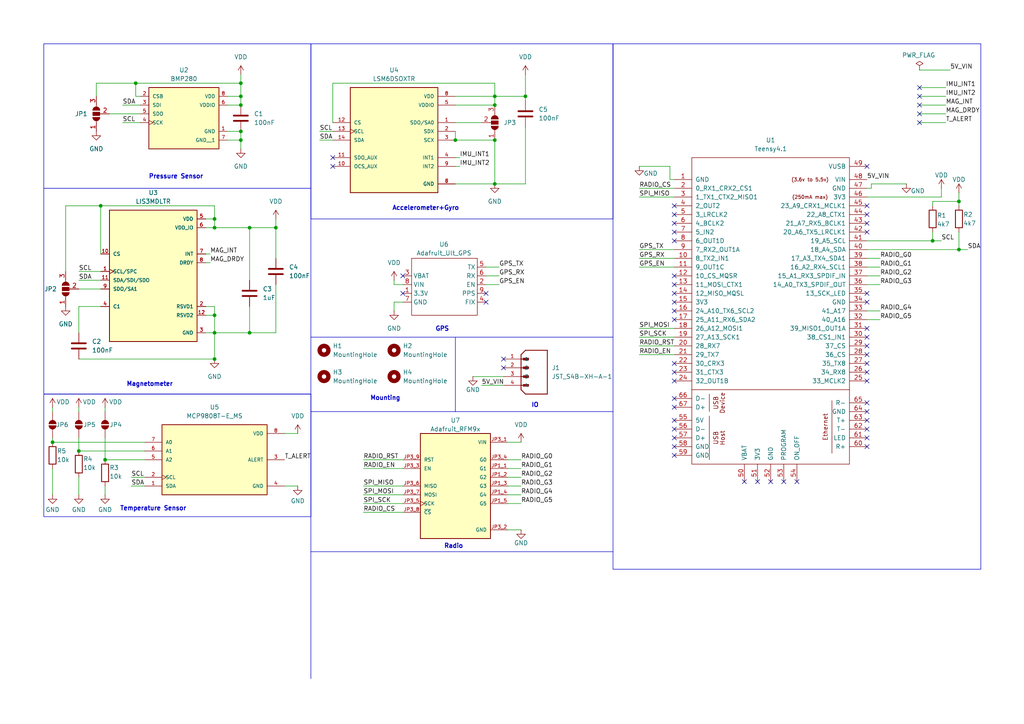
<source format=kicad_sch>
(kicad_sch (version 20231120) (generator "eeschema") (generator_version "8.0")
  (paper "A4")
  (title_block (title "USST Telemetry Board (infozilla)") (rev "01") (company "USST") (comment 1 "Authors: Bristine"))
  (lib_symbols
    (symbol "Device:C" (pin_numbers hide) (pin_names (offset 0.254))
      (property "Reference" "C" (at 0.635 2.54 0))
      (property "Value" "C" (at 0.635 -2.54 0))
      (symbol "C_0_1"
        (polyline (pts (xy -2.032 -0.762) (xy 2.032 -0.762)) (stroke (width 0.508)))
        (polyline (pts (xy -2.032 0.762) (xy 2.032 0.762)) (stroke (width 0.508)))
      )
      (symbol "C_1_1"
        (pin passive line (at 0 3.81 270) (length 2.794) (name "~") (number "1"))
        (pin passive line (at 0 -3.81 90) (length 2.794) (name "~") (number "2"))
      )
    )
    (symbol "Device:R" (pin_numbers hide) (pin_names (offset 0))
      (property "Reference" "R" (at 2.032 0 90))
      (property "Value" "R" (at 0 0 90))
      (symbol "R_0_1"
        (rectangle (start -1.016 -2.54) (end 1.016 2.54) (stroke (width 0.254)))
      )
      (symbol "R_1_1"
        (pin passive line (at 0 3.81 270) (length 1.27) (name "~") (number "1"))
        (pin passive line (at 0 -3.81 90) (length 1.27) (name "~") (number "2"))
      )
    )
    (symbol "Jumper:SolderJumper_2_Open" (pin_numbers hide) (pin_names (offset 0) hide) (exclude_from_sim yes) (in_bom no)
      (property "Reference" "JP" (at 0 2.032 0))
      (property "Value" "SolderJumper_2_Open" (at 0 -2.54 0))
      (symbol "SolderJumper_2_Open_0_1"
        (arc (start -0.254 1.016) (mid -1.2656 0) (end -0.254 -1.016))
        (arc (start -0.254 1.016) (mid -1.2656 0) (end -0.254 -1.016) (fill (type outline)))
        (polyline (pts (xy -0.254 1.016) (xy -0.254 -1.016)))
        (polyline (pts (xy 0.254 1.016) (xy 0.254 -1.016)))
        (arc (start 0.254 -1.016) (mid 1.2656 0) (end 0.254 1.016))
        (arc (start 0.254 -1.016) (mid 1.2656 0) (end 0.254 1.016) (fill (type outline)))
      )
      (symbol "SolderJumper_2_Open_1_1"
        (pin passive line (at -3.81 0 0) (length 2.54) (name "A") (number "1"))
        (pin passive line (at 3.81 0 180) (length 2.54) (name "B") (number "2"))
      )
    )
    (symbol "Jumper:SolderJumper_3_Open" (pin_names (offset 0) hide) (exclude_from_sim yes) (in_bom no)
      (property "Reference" "JP" (at -2.54 -2.54 0))
      (property "Value" "SolderJumper_3_Open" (at 0 2.794 0))
      (symbol "SolderJumper_3_Open_0_1"
        (arc (start -1.016 1.016) (mid -2.0276 0) (end -1.016 -1.016))
        (arc (start -1.016 1.016) (mid -2.0276 0) (end -1.016 -1.016) (fill (type outline)))
        (rectangle (start -0.508 1.016) (end 0.508 -1.016) (fill (type outline)))
        (polyline (pts (xy -2.54 0) (xy -2.032 0)))
        (polyline (pts (xy -1.016 1.016) (xy -1.016 -1.016)))
        (polyline (pts (xy 0 -1.27) (xy 0 -1.016)))
        (polyline (pts (xy 1.016 1.016) (xy 1.016 -1.016)))
        (polyline (pts (xy 2.54 0) (xy 2.032 0)))
        (arc (start 1.016 -1.016) (mid 2.0276 0) (end 1.016 1.016))
        (arc (start 1.016 -1.016) (mid 2.0276 0) (end 1.016 1.016) (fill (type outline)))
      )
      (symbol "SolderJumper_3_Open_1_1"
        (pin passive line (at -5.08 0 0) (length 2.54) (name "A") (number "1"))
        (pin passive line (at 0 -3.81 90) (length 2.54) (name "C") (number "2"))
        (pin passive line (at 5.08 0 180) (length 2.54) (name "B") (number "3"))
      )
    )
    (symbol "Mechanical:MountingHole" (pin_names (offset 1.016)) (exclude_from_sim yes) (in_bom no)
      (property "Reference" "H" (at 0 5.08 0))
      (property "Value" "MountingHole" (at 0 3.175 0))
      (symbol "MountingHole_0_1"
        (circle (center 0 0) (radius 1.27) (stroke (width 1.27)))
      )
    )
    (symbol "custom_library:Adafruit_RFM9x" (pin_names (offset 1.016))
      (property "Reference" "U" (at -10.16 15.748 0))
      (property "Value" "Adafruit_RFM9x" (at -10.16 -17.78 0))
      (symbol "Adafruit_RFM9x_0_0"
        (rectangle (start -10.16 -15.24) (end 10.16 15.24) (stroke (width 0.254)) (fill (type background)))
        (pin bidirectional line (at 15.24 5.08 180) (length 5.08) (name "G1") (number "JP1_1"))
        (pin bidirectional line (at 15.24 2.54 180) (length 5.08) (name "G2") (number "JP1_2"))
        (pin bidirectional line (at 15.24 0 180) (length 5.08) (name "G3") (number "JP1_3"))
        (pin bidirectional line (at 15.24 -2.54 180) (length 5.08) (name "G4") (number "JP1_4"))
        (pin bidirectional line (at 15.24 -5.08 180) (length 5.08) (name "G5") (number "JP1_5"))
        (pin power_in line (at 15.24 12.7 180) (length 5.08) (name "VIN") (number "JP3_1"))
        (pin power_in line (at 15.24 -12.7 180) (length 5.08) (name "GND") (number "JP3_2"))
        (pin input line (at -15.24 5.08 0) (length 5.08) (name "EN") (number "JP3_3"))
        (pin bidirectional line (at 15.24 7.62 180) (length 5.08) (name "G0") (number "JP3_4"))
        (pin input clock (at -15.24 -5.08 0) (length 5.08) (name "SCK") (number "JP3_5"))
        (pin output line (at -15.24 0 0) (length 5.08) (name "MISO") (number "JP3_6"))
        (pin input line (at -15.24 -2.54 0) (length 5.08) (name "MOSI") (number "JP3_7"))
        (pin input line (at -15.24 -7.62 0) (length 5.08) (name "~{CS}") (number "JP3_8"))
        (pin input line (at -15.24 7.62 0) (length 5.08) (name "RST") (number "JP3_9"))
      )
    )
    (symbol "custom_library:Adafruit_Ult_GPS"
      (property "Reference" "U" (at 1.524 3.556 0))
      (property "Value" "Adafruit_Ult_GPS" (at 8.89 1.27 0))
      (symbol "Adafruit_Ult_GPS_0_1"
        (rectangle (start 0 0) (end 19.05 -16.51))
      )
      (symbol "Adafruit_Ult_GPS_1_1"
        (pin input line (at -2.54 -10.16 0) (length 2.54) (name "3.3V") (number "1"))
        (pin input line (at 21.59 -7.62 180) (length 2.54) (name "EN") (number "2"))
        (pin input line (at -2.54 -5.08 0) (length 2.54) (name "VBAT") (number "3"))
        (pin input line (at 21.59 -12.7 180) (length 2.54) (name "FIX") (number "4"))
        (pin input line (at 21.59 -2.54 180) (length 2.54) (name "TX") (number "5"))
        (pin input line (at 21.59 -5.08 180) (length 2.54) (name "RX") (number "6"))
        (pin input line (at -2.54 -12.7 0) (length 2.54) (name "GND") (number "7"))
        (pin input line (at -2.54 -7.62 0) (length 2.54) (name "VIN") (number "8"))
        (pin input line (at 21.59 -10.16 180) (length 2.54) (name "PPS") (number "9"))
      )
    )
    (symbol "custom_library:BMP280" (pin_names (offset 1.016))
      (property "Reference" "U" (at -10.1796 7.6347 0))
      (property "Value" "BMP280" (at -10.668 -12.192 0))
      (symbol "BMP280_0_0"
        (rectangle (start -10.16 7.62) (end 10.16 -10.16) (stroke (width 0.254)) (fill (type background)))
        (pin power_in line (at 12.7 -5.08 180) (length 2.54) (name "GND") (number "1"))
        (pin input line (at -12.7 5.08 0) (length 2.54) (name "CSB") (number "2"))
        (pin bidirectional line (at -12.7 2.54 0) (length 2.54) (name "SDI") (number "3"))
        (pin input clock (at -12.7 -2.54 0) (length 2.54) (name "SCK") (number "4"))
        (pin bidirectional line (at -12.7 0 0) (length 2.54) (name "SDO") (number "5"))
        (pin power_in line (at 12.7 2.54 180) (length 2.54) (name "VDDIO") (number "6"))
        (pin power_in line (at 12.7 -7.62 180) (length 2.54) (name "GND__1") (number "7"))
        (pin power_in line (at 12.7 5.08 180) (length 2.54) (name "VDD") (number "8"))
      )
    )
    (symbol "custom_library:JST_S4B-XH-A-1" (pin_names (offset 1.016))
      (property "Reference" "J" (at 0 6.35 0))
      (property "Value" "JST_S4B-XH-A-1" (at 0 -10.16 0))
      (symbol "JST_S4B-XH-A-1_0_0"
        (polyline (pts (xy 0 -6.35) (xy 1.27 -7.62)) (stroke (width 0.254)))
        (polyline (pts (xy 0 -5.08) (xy 1.905 -5.08)) (stroke (width 0.254)))
        (polyline (pts (xy 0 -2.54) (xy 1.905 -2.54)) (stroke (width 0.254)))
        (polyline (pts (xy 0 0) (xy 1.905 0)) (stroke (width 0.254)))
        (polyline (pts (xy 0 2.54) (xy 0 -6.35)) (stroke (width 0.254)))
        (polyline (pts (xy 0 2.54) (xy 1.905 2.54)) (stroke (width 0.254)))
        (polyline (pts (xy 0 3.81) (xy 0 2.54)) (stroke (width 0.254)))
        (polyline (pts (xy 0 3.81) (xy 1.27 5.08)) (stroke (width 0.254)))
        (polyline (pts (xy 1.27 -7.62) (xy 7.62 -7.62)) (stroke (width 0.254)))
        (polyline (pts (xy 7.62 -7.62) (xy 7.62 5.08)) (stroke (width 0.254)))
        (polyline (pts (xy 7.62 5.08) (xy 1.27 5.08)) (stroke (width 0.254)))
        (rectangle (start 0.635 -5.3975) (end 2.2225 -4.7625) (stroke (width 0.1)) (fill (type outline)))
        (rectangle (start 0.635 -2.8575) (end 2.2225 -2.2225) (stroke (width 0.1)) (fill (type outline)))
        (rectangle (start 0.635 -0.3175) (end 2.2225 0.3175) (stroke (width 0.1)) (fill (type outline)))
        (rectangle (start 0.635 2.2225) (end 2.2225 2.8575) (stroke (width 0.1)) (fill (type outline)))
        (pin passive line (at -5.08 2.54 0) (length 5.08) (name "1") (number "1"))
        (pin passive line (at -5.08 0 0) (length 5.08) (name "2") (number "2"))
        (pin passive line (at -5.08 -2.54 0) (length 5.08) (name "3") (number "3"))
        (pin passive line (at -5.08 -5.08 0) (length 5.08) (name "4") (number "4"))
      )
    )
    (symbol "custom_library:LIS3MDLTR" (pin_names (offset 1.016))
      (property "Reference" "U" (at -12.954 19.812 0))
      (property "Value" "LIS3MDLTR" (at -12.954 18.034 0))
      (symbol "LIS3MDLTR_0_0"
        (rectangle (start -12.7 17.78) (end 12.7 -20.32) (stroke (width 0.254)) (fill (type background)))
        (pin input clock (at -15.24 0 0) (length 2.54) (name "SCL/SPC") (number "1"))
        (pin input line (at -15.24 5.08 0) (length 2.54) (name "CS") (number "10"))
        (pin bidirectional line (at -15.24 -2.54 0) (length 2.54) (name "SDA/SDI/SDO") (number "11"))
        (pin passive line (at 15.24 -12.7 180) (length 2.54) (name "RSVD2") (number "12"))
        (pin passive line (at 15.24 -10.16 180) (length 2.54) (name "RSVD1") (number "2"))
        (pin power_in line (at 15.24 -17.78 180) (length 2.54) (name "GND") (number "3"))
        (pin passive line (at -15.24 -10.16 0) (length 2.54) (name "C1") (number "4"))
        (pin power_in line (at 15.24 15.24 180) (length 2.54) (name "VDD") (number "5"))
        (pin power_in line (at 15.24 12.7 180) (length 2.54) (name "VDD_IO") (number "6"))
        (pin output line (at 15.24 5.08 180) (length 2.54) (name "INT") (number "7"))
        (pin output line (at 15.24 2.54 180) (length 2.54) (name "DRDY") (number "8"))
        (pin bidirectional line (at -15.24 -5.08 0) (length 2.54) (name "SDO/SA1") (number "9"))
      )
    )
    (symbol "custom_library:LSM6DSOXTR" (pin_names (offset 1.016))
      (property "Reference" "U" (at -12.954 17.526 0))
      (property "Value" "LSM6DSOXTR" (at -12.954 15.748 0))
      (symbol "LSM6DSOXTR_0_0"
        (rectangle (start -12.7 15.24) (end 12.7 -15.24) (stroke (width 0.254)) (fill (type background)))
        (pin bidirectional line (at 17.78 5.08 180) (length 5.08) (name "SDO/SA0") (number "1"))
        (pin bidirectional line (at -17.78 -7.62 0) (length 5.08) (name "OCS_AUX") (number "10"))
        (pin bidirectional line (at -17.78 -5.08 0) (length 5.08) (name "SDO_AUX") (number "11"))
        (pin input line (at -17.78 5.08 0) (length 5.08) (name "CS") (number "12"))
        (pin input clock (at -17.78 2.54 0) (length 5.08) (name "SCL") (number "13"))
        (pin bidirectional line (at -17.78 0 0) (length 5.08) (name "SDA") (number "14"))
        (pin bidirectional line (at 17.78 2.54 180) (length 5.08) (name "SDX") (number "2"))
        (pin bidirectional line (at 17.78 0 180) (length 5.08) (name "SCX") (number "3"))
        (pin output line (at 17.78 -5.08 180) (length 5.08) (name "INT1") (number "4"))
        (pin power_in line (at 17.78 10.16 180) (length 5.08) (name "VDDIO") (number "5"))
        (pin power_in line (at 17.78 -12.7 180) (length 5.08) (name "GND") (number "6"))
        (pin power_in line (at 17.78 -12.7 180) (length 5.08) (name "GND") (number "7"))
        (pin power_in line (at 17.78 12.7 180) (length 5.08) (name "VDD") (number "8"))
        (pin output line (at 17.78 -7.62 180) (length 5.08) (name "INT2") (number "9"))
      )
    )
    (symbol "custom_library:MCP9808T-E_MS" (pin_names (offset 1.016))
      (property "Reference" "U" (at -15.0099 10.685 0))
      (property "Value" "MCP9808T-E_MS" (at -15.2708 -11.9621 0))
      (symbol "MCP9808T-E_MS_0_0"
        (rectangle (start -15.24 -10.16) (end 15.24 10.16) (stroke (width 0.254)) (fill (type background)))
        (pin bidirectional line (at -20.32 -7.62 0) (length 5.08) (name "SDA") (number "1"))
        (pin input clock (at -20.32 -5.08 0) (length 5.08) (name "SCL") (number "2"))
        (pin output line (at 20.32 0 180) (length 5.08) (name "ALERT") (number "3"))
        (pin power_in line (at 20.32 -7.62 180) (length 5.08) (name "GND") (number "4"))
        (pin input line (at -20.32 0 0) (length 5.08) (name "A2") (number "5"))
        (pin input line (at -20.32 2.54 0) (length 5.08) (name "A1") (number "6"))
        (pin input line (at -20.32 5.08 0) (length 5.08) (name "A0") (number "7"))
        (pin power_in line (at 20.32 7.62 180) (length 5.08) (name "VDD") (number "8"))
      )
    )
    (symbol "custom_library:Teensy4.1" (pin_names (offset 1.016))
      (property "Reference" "U" (at 0 64.77 0))
      (property "Value" "Teensy4.1" (at 0 62.23 0))
      (symbol "Teensy4.1_0_0"
        (polyline (pts (xy -22.86 -6.35) (xy 22.86 -6.35)))
        (polyline (pts (xy -17.78 -26.67) (xy -17.78 -13.97)))
        (polyline (pts (xy -17.78 -7.62) (xy -17.78 -12.7)))
        (polyline (pts (xy 17.78 -9.525) (xy 17.78 -24.765)))
        (text "(250mA max)" (at 11.43 49.53 0) (effects (font (size 1.016 1.016))))
        (text "(3.6v to 5.5v)" (at 11.43 54.61 0) (effects (font (size 1.016 1.016))))
        (text "Device" (at -13.97 -10.16 900) (effects (font (size 1.27 1.27))))
        (text "Ethernet" (at 15.875 -17.145 900) (effects (font (size 1.27 1.27))))
        (text "Host" (at -13.97 -20.32 900) (effects (font (size 1.27 1.27))))
        (text "USB" (at -15.875 -20.32 900) (effects (font (size 1.27 1.27))))
        (text "USB" (at -15.875 -10.16 900) (effects (font (size 1.27 1.27))))
        (pin bidirectional line (at -27.94 31.75 0) (length 5.08) (name "8_TX2_IN1") (number "10"))
        (pin bidirectional line (at -27.94 29.21 0) (length 5.08) (name "9_OUT1C") (number "11"))
        (pin bidirectional line (at -27.94 26.67 0) (length 5.08) (name "10_CS_MQSR") (number "12"))
        (pin bidirectional line (at -27.94 24.13 0) (length 5.08) (name "11_MOSI_CTX1") (number "13"))
        (pin bidirectional line (at -27.94 21.59 0) (length 5.08) (name "12_MISO_MQSL") (number "14"))
        (pin power_in line (at -27.94 19.05 0) (length 5.08) (name "3V3") (number "15"))
        (pin bidirectional line (at -27.94 16.51 0) (length 5.08) (name "24_A10_TX6_SCL2") (number "16"))
        (pin bidirectional line (at -27.94 13.97 0) (length 5.08) (name "25_A11_RX6_SDA2") (number "17"))
        (pin bidirectional line (at -27.94 11.43 0) (length 5.08) (name "26_A12_MOSI1") (number "18"))
        (pin bidirectional line (at -27.94 8.89 0) (length 5.08) (name "27_A13_SCK1") (number "19"))
        (pin bidirectional line (at -27.94 6.35 0) (length 5.08) (name "28_RX7") (number "20"))
        (pin bidirectional line (at -27.94 3.81 0) (length 5.08) (name "29_TX7") (number "21"))
        (pin bidirectional line (at -27.94 1.27 0) (length 5.08) (name "30_CRX3") (number "22"))
        (pin bidirectional line (at -27.94 -1.27 0) (length 5.08) (name "31_CTX3") (number "23"))
        (pin bidirectional line (at -27.94 -3.81 0) (length 5.08) (name "32_OUT1B") (number "24"))
        (pin bidirectional line (at 27.94 -3.81 180) (length 5.08) (name "33_MCLK2") (number "25"))
        (pin bidirectional line (at 27.94 -1.27 180) (length 5.08) (name "34_RX8") (number "26"))
        (pin bidirectional line (at 27.94 1.27 180) (length 5.08) (name "35_TX8") (number "27"))
        (pin bidirectional line (at 27.94 3.81 180) (length 5.08) (name "36_CS") (number "28"))
        (pin bidirectional line (at 27.94 6.35 180) (length 5.08) (name "37_CS") (number "29"))
        (pin bidirectional line (at 27.94 8.89 180) (length 5.08) (name "38_CS1_IN1") (number "30"))
        (pin bidirectional line (at 27.94 11.43 180) (length 5.08) (name "39_MISO1_OUT1A") (number "31"))
        (pin bidirectional line (at 27.94 13.97 180) (length 5.08) (name "40_A16") (number "32"))
        (pin bidirectional line (at 27.94 16.51 180) (length 5.08) (name "41_A17") (number "33"))
        (pin bidirectional line (at 27.94 21.59 180) (length 5.08) (name "13_SCK_LED") (number "35"))
        (pin bidirectional line (at 27.94 24.13 180) (length 5.08) (name "14_A0_TX3_SPDIF_OUT") (number "36"))
        (pin bidirectional line (at 27.94 26.67 180) (length 5.08) (name "15_A1_RX3_SPDIF_IN") (number "37"))
        (pin bidirectional line (at 27.94 29.21 180) (length 5.08) (name "16_A2_RX4_SCL1") (number "38"))
        (pin bidirectional line (at 27.94 31.75 180) (length 5.08) (name "17_A3_TX4_SDA1") (number "39"))
        (pin bidirectional line (at 27.94 34.29 180) (length 5.08) (name "18_A4_SDA") (number "40"))
        (pin bidirectional line (at 27.94 36.83 180) (length 5.08) (name "19_A5_SCL") (number "41"))
        (pin bidirectional line (at 27.94 39.37 180) (length 5.08) (name "20_A6_TX5_LRCLK1") (number "42"))
        (pin bidirectional line (at 27.94 41.91 180) (length 5.08) (name "21_A7_RX5_BCLK1") (number "43"))
        (pin bidirectional line (at 27.94 44.45 180) (length 5.08) (name "22_A8_CTX1") (number "44"))
        (pin bidirectional line (at 27.94 46.99 180) (length 5.08) (name "23_A9_CRX1_MCLK1") (number "45"))
        (pin power_out line (at 27.94 49.53 180) (length 5.08) (name "3V3") (number "46"))
        (pin power_out line (at 27.94 52.07 180) (length 5.08) (name "GND") (number "47"))
        (pin power_in line (at 27.94 54.61 180) (length 5.08) (name "VIN") (number "48"))
        (pin power_out line (at 27.94 58.42 180) (length 5.08) (name "VUSB") (number "49"))
        (pin bidirectional line (at -27.94 44.45 0) (length 5.08) (name "3_LRCLK2") (number "5"))
        (pin power_in line (at -7.62 -33.02 90) (length 5.08) (name "VBAT") (number "50"))
        (pin power_in line (at -3.81 -33.02 90) (length 5.08) (name "3V3") (number "51"))
        (pin input line (at 0 -33.02 90) (length 5.08) (name "GND") (number "52"))
        (pin input line (at 3.81 -33.02 90) (length 5.08) (name "PROGRAM") (number "53"))
        (pin input line (at 7.62 -33.02 90) (length 5.08) (name "ON_OFF") (number "54"))
        (pin power_out line (at -27.94 -15.24 0) (length 5.08) (name "5V") (number "55"))
        (pin bidirectional line (at -27.94 -17.78 0) (length 5.08) (name "D-") (number "56"))
        (pin bidirectional line (at -27.94 -20.32 0) (length 5.08) (name "D+") (number "57"))
        (pin power_in line (at -27.94 -22.86 0) (length 5.08) (name "GND") (number "58"))
        (pin power_in line (at -27.94 -25.4 0) (length 5.08) (name "GND") (number "59"))
        (pin bidirectional line (at -27.94 41.91 0) (length 5.08) (name "4_BCLK2") (number "6"))
        (pin bidirectional line (at 27.94 -22.86 180) (length 5.08) (name "R+") (number "60"))
        (pin bidirectional line (at 27.94 -20.32 180) (length 5.08) (name "LED") (number "61"))
        (pin bidirectional line (at 27.94 -17.78 180) (length 5.08) (name "T-") (number "62"))
        (pin bidirectional line (at 27.94 -15.24 180) (length 5.08) (name "T+") (number "63"))
        (pin power_in line (at 27.94 -12.7 180) (length 5.08) (name "GND") (number "64"))
        (pin bidirectional line (at 27.94 -10.16 180) (length 5.08) (name "R-") (number "65"))
        (pin bidirectional line (at -27.94 -8.89 0) (length 5.08) (name "D-") (number "66"))
        (pin bidirectional line (at -27.94 -11.43 0) (length 5.08) (name "D+") (number "67"))
        (pin bidirectional line (at -27.94 39.37 0) (length 5.08) (name "5_IN2") (number "7"))
        (pin bidirectional line (at -27.94 36.83 0) (length 5.08) (name "6_OUT1D") (number "8"))
        (pin bidirectional line (at -27.94 34.29 0) (length 5.08) (name "7_RX2_OUT1A") (number "9"))
      )
      (symbol "Teensy4.1_0_1"
        (rectangle (start -22.86 60.96) (end 22.86 -27.94))
        (rectangle (start -20.32 -1.27) (end -20.32 -1.27))
      )
      (symbol "Teensy4.1_1_1"
        (pin power_in line (at -27.94 54.61 0) (length 5.08) (name "GND") (number "1"))
        (pin bidirectional line (at -27.94 52.07 0) (length 5.08) (name "0_RX1_CRX2_CS1") (number "2"))
        (pin bidirectional line (at -27.94 49.53 0) (length 5.08) (name "1_TX1_CTX2_MISO1") (number "3"))
        (pin power_in line (at 27.94 19.05 180) (length 5.08) (name "GND") (number "34"))
        (pin bidirectional line (at -27.94 46.99 0) (length 5.08) (name "2_OUT2") (number "4"))
      )
    )
    (symbol "power:GND" (power) (pin_numbers hide) (pin_names (offset 0) hide)
      (property "Value" "GND" (at 0 -3.81 0))
      (symbol "GND_0_1"
        (polyline (pts (xy 0 0) (xy 0 -1.27) (xy 1.27 -1.27) (xy 0 -2.54) (xy -1.27 -1.27) (xy 0 -1.27)))
      )
      (symbol "GND_1_1"
        (pin power_in line (at 0 0 270) (length 0) (name "~") (number "1"))
      )
    )
    (symbol "power:PWR_FLAG" (power) (pin_numbers hide) (pin_names (offset 0) hide)
      (property "Value" "PWR_FLAG" (at 0 3.81 0))
      (symbol "PWR_FLAG_0_0"
        (pin power_out line (at 0 0 90) (length 0) (name "~") (number "1"))
      )
      (symbol "PWR_FLAG_0_1"
        (polyline (pts (xy 0 0) (xy 0 1.27) (xy -1.016 1.905) (xy 0 2.54) (xy 1.016 1.905) (xy 0 1.27)))
      )
    )
    (symbol "power:VDD" (power) (pin_numbers hide) (pin_names (offset 0) hide)
      (property "Value" "VDD" (at 0 3.556 0))
      (symbol "VDD_0_1"
        (polyline (pts (xy -0.762 1.27) (xy 0 2.54)))
        (polyline (pts (xy 0 0) (xy 0 2.54)))
        (polyline (pts (xy 0 2.54) (xy 0.762 1.27)))
      )
      (symbol "VDD_1_1"
        (pin power_in line (at 0 0 90) (length 0) (name "~") (number "1"))
      )
    )
  )
  (junction (at 29.21 59.69))
  (junction (at 143.51 53.34))
  (junction (at 62.23 104.14))
  (junction (at 69.85 27.94))
  (junction (at 62.23 91.44))
  (junction (at 72.39 96.52))
  (junction (at 62.23 66.04))
  (junction (at 22.86 130.81))
  (junction (at 69.85 24.13))
  (junction (at 69.85 40.64))
  (junction (at 30.48 133.35))
  (junction (at 69.85 30.48))
  (junction (at 62.23 96.52))
  (junction (at 143.51 30.48))
  (junction (at 132.08 40.64))
  (junction (at 143.51 27.94))
  (junction (at 80.01 66.04))
  (junction (at 15.24 128.27))
  (junction (at 69.85 38.1))
  (junction (at 143.51 40.64))
  (junction (at 39.37 24.13))
  (junction (at 270.51 69.85))
  (junction (at 152.4 27.94))
  (junction (at 72.39 66.04))
  (junction (at 278.13 58.42))
  (junction (at 278.13 72.39))
  (junction (at 62.23 63.5))
  (no_connect (at 195.58 121.92))
  (no_connect (at 195.58 80.01))
  (no_connect (at 251.46 127))
  (no_connect (at 227.33 139.7))
  (no_connect (at 266.7 30.48))
  (no_connect (at 195.58 92.71))
  (no_connect (at 219.71 139.7))
  (no_connect (at 251.46 110.49))
  (no_connect (at 251.46 87.63))
  (no_connect (at 195.58 82.55))
  (no_connect (at 251.46 102.87))
  (no_connect (at 146.05 104.14))
  (no_connect (at 195.58 127))
  (no_connect (at 116.84 80.01))
  (no_connect (at 195.58 67.31))
  (no_connect (at 146.05 106.68))
  (no_connect (at 251.46 62.23))
  (no_connect (at 266.7 33.02))
  (no_connect (at 251.46 48.26))
  (no_connect (at 140.97 87.63))
  (no_connect (at 251.46 119.38))
  (no_connect (at 195.58 64.77))
  (no_connect (at 195.58 129.54))
  (no_connect (at 251.46 124.46))
  (no_connect (at 195.58 69.85))
  (no_connect (at 251.46 67.31))
  (no_connect (at 195.58 115.57))
  (no_connect (at 195.58 85.09))
  (no_connect (at 231.14 139.7))
  (no_connect (at 195.58 107.95))
  (no_connect (at 251.46 64.77))
  (no_connect (at 266.7 35.56))
  (no_connect (at 195.58 110.49))
  (no_connect (at 215.9 139.7))
  (no_connect (at 195.58 132.08))
  (no_connect (at 251.46 121.92))
  (no_connect (at 140.97 85.09))
  (no_connect (at 266.7 25.4))
  (no_connect (at 251.46 59.69))
  (no_connect (at 195.58 87.63))
  (no_connect (at 251.46 116.84))
  (no_connect (at 223.52 139.7))
  (no_connect (at 116.84 85.09))
  (no_connect (at 251.46 97.79))
  (no_connect (at 96.52 45.72))
  (no_connect (at 266.7 27.94))
  (no_connect (at 195.58 105.41))
  (no_connect (at 251.46 95.25))
  (no_connect (at 251.46 107.95))
  (no_connect (at 195.58 118.11))
  (no_connect (at 195.58 62.23))
  (no_connect (at 251.46 129.54))
  (no_connect (at 195.58 59.69))
  (no_connect (at 96.52 48.26))
  (no_connect (at 195.58 90.17))
  (no_connect (at 251.46 105.41))
  (no_connect (at 251.46 85.09))
  (no_connect (at 195.58 124.46))
  (no_connect (at 251.46 100.33))
  (wire (pts (xy 69.85 21.59) (xy 69.85 24.13)))
  (wire (pts (xy 255.27 92.71) (xy 251.46 92.71)))
  (wire (pts (xy 40.64 27.94) (xy 39.37 27.94)))
  (wire (pts (xy 132.08 30.48) (xy 143.51 30.48)))
  (wire (pts (xy 278.13 55.88) (xy 278.13 58.42)))
  (wire (pts (xy 143.51 53.34) (xy 143.51 40.64)))
  (wire (pts (xy 252.73 53.34) (xy 262.89 53.34)))
  (wire (pts (xy 72.39 96.52) (xy 72.39 88.9)))
  (wire (pts (xy 252.73 53.34) (xy 252.73 54.61)))
  (wire (pts (xy 147.32 140.97) (xy 151.13 140.97)))
  (polyline (pts (xy 90.17 160.02) (xy 177.8 160.02)))
  (wire (pts (xy 66.04 40.64) (xy 69.85 40.64)))
  (wire (pts (xy 185.42 57.15) (xy 195.58 57.15)))
  (wire (pts (xy 194.31 48.26) (xy 194.31 52.07)))
  (wire (pts (xy 59.69 63.5) (xy 62.23 63.5)))
  (wire (pts (xy 22.86 143.51) (xy 22.86 138.43)))
  (wire (pts (xy 22.86 78.74) (xy 29.21 78.74)))
  (wire (pts (xy 133.35 45.72) (xy 132.08 45.72)))
  (wire (pts (xy 185.42 54.61) (xy 195.58 54.61)))
  (wire (pts (xy 29.21 73.66) (xy 29.21 59.69)))
  (wire (pts (xy 105.41 143.51) (xy 116.84 143.51)))
  (wire (pts (xy 147.32 133.35) (xy 151.13 133.35)))
  (wire (pts (xy 278.13 58.42) (xy 278.13 59.69)))
  (wire (pts (xy 38.1 138.43) (xy 41.91 138.43)))
  (wire (pts (xy 270.51 67.31) (xy 270.51 69.85)))
  (wire (pts (xy 143.51 27.94) (xy 152.4 27.94)))
  (wire (pts (xy 185.42 48.26) (xy 194.31 48.26)))
  (wire (pts (xy 62.23 63.5) (xy 62.23 66.04)))
  (wire (pts (xy 270.51 69.85) (xy 273.05 69.85)))
  (wire (pts (xy 62.23 96.52) (xy 72.39 96.52)))
  (wire (pts (xy 22.86 130.81) (xy 41.91 130.81)))
  (wire (pts (xy 15.24 128.27) (xy 41.91 128.27)))
  (wire (pts (xy 80.01 66.04) (xy 80.01 74.93)))
  (wire (pts (xy 15.24 143.51) (xy 15.24 135.89)))
  (wire (pts (xy 86.36 140.97) (xy 82.55 140.97)))
  (wire (pts (xy 185.42 74.93) (xy 195.58 74.93)))
  (wire (pts (xy 27.94 27.94) (xy 27.94 24.13)))
  (wire (pts (xy 69.85 30.48) (xy 69.85 27.94)))
  (wire (pts (xy 114.3 87.63) (xy 114.3 90.17)))
  (wire (pts (xy 96.52 35.56) (xy 96.52 24.13)))
  (wire (pts (xy 38.1 140.97) (xy 41.91 140.97)))
  (wire (pts (xy 137.16 109.22) (xy 146.05 109.22)))
  (wire (pts (xy 30.48 133.35) (xy 41.91 133.35)))
  (wire (pts (xy 62.23 96.52) (xy 62.23 91.44)))
  (wire (pts (xy 31.75 33.02) (xy 40.64 33.02)))
  (wire (pts (xy 80.01 63.5) (xy 80.01 66.04)))
  (wire (pts (xy 185.42 102.87) (xy 195.58 102.87)))
  (wire (pts (xy 151.13 128.27) (xy 147.32 128.27)))
  (wire (pts (xy 132.08 40.64) (xy 143.51 40.64)))
  (wire (pts (xy 22.86 81.28) (xy 29.21 81.28)))
  (wire (pts (xy 30.48 118.11) (xy 30.48 119.38)))
  (wire (pts (xy 185.42 95.25) (xy 195.58 95.25)))
  (wire (pts (xy 140.97 77.47) (xy 144.78 77.47)))
  (wire (pts (xy 35.56 35.56) (xy 40.64 35.56)))
  (wire (pts (xy 116.84 87.63) (xy 114.3 87.63)))
  (wire (pts (xy 147.32 153.67) (xy 151.13 153.67)))
  (wire (pts (xy 66.04 27.94) (xy 69.85 27.94)))
  (wire (pts (xy 62.23 66.04) (xy 72.39 66.04)))
  (wire (pts (xy 86.36 125.73) (xy 82.55 125.73)))
  (wire (pts (xy 252.73 54.61) (xy 251.46 54.61)))
  (polyline (pts (xy 132.08 97.79) (xy 132.08 119.38)))
  (wire (pts (xy 278.13 72.39) (xy 280.67 72.39)))
  (wire (pts (xy 255.27 90.17) (xy 251.46 90.17)))
  (polyline (pts (xy 90.17 119.38) (xy 90.17 196.85)))
  (wire (pts (xy 152.4 53.34) (xy 143.51 53.34)))
  (wire (pts (xy 143.51 24.13) (xy 143.51 27.94)))
  (wire (pts (xy 22.86 127) (xy 22.86 130.81)))
  (wire (pts (xy 255.27 82.55) (xy 251.46 82.55)))
  (wire (pts (xy 152.4 21.59) (xy 152.4 27.94)))
  (wire (pts (xy 105.41 135.89) (xy 116.84 135.89)))
  (wire (pts (xy 69.85 38.1) (xy 69.85 40.64)))
  (wire (pts (xy 15.24 127) (xy 15.24 128.27)))
  (wire (pts (xy 255.27 74.93) (xy 251.46 74.93)))
  (wire (pts (xy 152.4 27.94) (xy 152.4 29.21)))
  (wire (pts (xy 116.84 82.55) (xy 114.3 82.55)))
  (wire (pts (xy 35.56 30.48) (xy 40.64 30.48)))
  (wire (pts (xy 105.41 146.05) (xy 116.84 146.05)))
  (wire (pts (xy 147.32 143.51) (xy 151.13 143.51)))
  (wire (pts (xy 147.32 135.89) (xy 151.13 135.89)))
  (wire (pts (xy 139.7 111.76) (xy 146.05 111.76)))
  (wire (pts (xy 147.32 138.43) (xy 151.13 138.43)))
  (wire (pts (xy 185.42 72.39) (xy 195.58 72.39)))
  (wire (pts (xy 60.96 76.2) (xy 59.69 76.2)))
  (wire (pts (xy 185.42 100.33) (xy 195.58 100.33)))
  (wire (pts (xy 72.39 66.04) (xy 80.01 66.04)))
  (wire (pts (xy 19.05 59.69) (xy 29.21 59.69)))
  (wire (pts (xy 72.39 66.04) (xy 72.39 81.28)))
  (wire (pts (xy 266.7 25.4) (xy 274.32 25.4)))
  (wire (pts (xy 266.7 33.02) (xy 274.32 33.02)))
  (wire (pts (xy 27.94 24.13) (xy 39.37 24.13)))
  (wire (pts (xy 39.37 27.94) (xy 39.37 24.13)))
  (wire (pts (xy 29.21 59.69) (xy 62.23 59.69)))
  (wire (pts (xy 147.32 146.05) (xy 151.13 146.05)))
  (wire (pts (xy 140.97 80.01) (xy 144.78 80.01)))
  (wire (pts (xy 140.97 82.55) (xy 144.78 82.55)))
  (wire (pts (xy 15.24 118.11) (xy 15.24 119.38)))
  (wire (pts (xy 194.31 52.07) (xy 195.58 52.07)))
  (wire (pts (xy 143.51 27.94) (xy 143.51 30.48)))
  (wire (pts (xy 132.08 35.56) (xy 139.7 35.56)))
  (wire (pts (xy 80.01 96.52) (xy 80.01 82.55)))
  (polyline (pts (xy 90.17 119.38) (xy 177.8 119.38)))
  (wire (pts (xy 105.41 140.97) (xy 116.84 140.97)))
  (wire (pts (xy 22.86 118.11) (xy 22.86 119.38)))
  (wire (pts (xy 255.27 77.47) (xy 251.46 77.47)))
  (wire (pts (xy 266.7 35.56) (xy 274.32 35.56)))
  (polyline (pts (xy 90.17 114.3) (xy 90.17 119.38)))
  (wire (pts (xy 66.04 38.1) (xy 69.85 38.1)))
  (wire (pts (xy 59.69 96.52) (xy 62.23 96.52)))
  (wire (pts (xy 270.51 58.42) (xy 270.51 59.69)))
  (wire (pts (xy 92.71 38.1) (xy 96.52 38.1)))
  (wire (pts (xy 266.7 30.48) (xy 274.32 30.48)))
  (wire (pts (xy 278.13 72.39) (xy 278.13 67.31)))
  (wire (pts (xy 29.21 88.9) (xy 22.86 88.9)))
  (wire (pts (xy 266.7 20.32) (xy 275.59 20.32)))
  (wire (pts (xy 132.08 27.94) (xy 143.51 27.94)))
  (wire (pts (xy 273.05 57.15) (xy 251.46 57.15)))
  (wire (pts (xy 62.23 104.14) (xy 62.23 96.52)))
  (wire (pts (xy 152.4 53.34) (xy 152.4 36.83)))
  (wire (pts (xy 62.23 88.9) (xy 62.23 91.44)))
  (wire (pts (xy 22.86 104.14) (xy 62.23 104.14)))
  (wire (pts (xy 69.85 24.13) (xy 69.85 27.94)))
  (wire (pts (xy 185.42 77.47) (xy 195.58 77.47)))
  (wire (pts (xy 270.51 58.42) (xy 278.13 58.42)))
  (wire (pts (xy 96.52 24.13) (xy 143.51 24.13)))
  (wire (pts (xy 19.05 78.74) (xy 19.05 59.69)))
  (wire (pts (xy 22.86 88.9) (xy 22.86 96.52)))
  (wire (pts (xy 273.05 54.61) (xy 273.05 57.15)))
  (wire (pts (xy 251.46 69.85) (xy 270.51 69.85)))
  (wire (pts (xy 60.96 73.66) (xy 59.69 73.66)))
  (wire (pts (xy 30.48 143.51) (xy 30.48 140.97)))
  (wire (pts (xy 105.41 148.59) (xy 116.84 148.59)))
  (wire (pts (xy 22.86 83.82) (xy 29.21 83.82)))
  (wire (pts (xy 185.42 97.79) (xy 195.58 97.79)))
  (wire (pts (xy 30.48 127) (xy 30.48 133.35)))
  (wire (pts (xy 59.69 91.44) (xy 62.23 91.44)))
  (wire (pts (xy 251.46 72.39) (xy 278.13 72.39)))
  (wire (pts (xy 132.08 53.34) (xy 143.51 53.34)))
  (wire (pts (xy 39.37 24.13) (xy 69.85 24.13)))
  (wire (pts (xy 255.27 80.01) (xy 251.46 80.01)))
  (wire (pts (xy 105.41 133.35) (xy 116.84 133.35)))
  (wire (pts (xy 114.3 82.55) (xy 114.3 81.28)))
  (wire (pts (xy 69.85 43.18) (xy 69.85 40.64)))
  (wire (pts (xy 132.08 38.1) (xy 132.08 40.64)))
  (wire (pts (xy 59.69 66.04) (xy 62.23 66.04)))
  (wire (pts (xy 133.35 48.26) (xy 132.08 48.26)))
  (wire (pts (xy 92.71 40.64) (xy 96.52 40.64)))
  (wire (pts (xy 59.69 88.9) (xy 62.23 88.9)))
  (wire (pts (xy 266.7 27.94) (xy 274.32 27.94)))
  (wire (pts (xy 62.23 59.69) (xy 62.23 63.5)))
  (wire (pts (xy 72.39 96.52) (xy 80.01 96.52)))
  (wire (pts (xy 66.04 30.48) (xy 69.85 30.48)))
  (rectangle (start 12.7 114.3) (end 90.17 149.86))
  (rectangle (start 12.7 12.7) (end 90.17 54.61))
  (rectangle (start 90.17 97.79) (end 177.8 97.79))
  (rectangle (start 177.8 12.7) (end 284.48 165.1))
  (rectangle (start 12.7 54.61) (end 90.17 114.3))
  (rectangle (start 90.17 12.7) (end 177.8 63.5))
  (text "Radio" (at 131.572 158.496 0) (effects (font (size 1.27 1.27) (thickness 0.254) (bold yes))))
  (text "Mounting" (at 111.76 115.57 0) (effects (font (size 1.27 1.27) (thickness 0.254) (bold yes))))
  (text "Magnetometer" (at 43.434 111.506 0) (effects (font (size 1.27 1.27) (thickness 0.254) (bold yes))))
  (text "Pressure Sensor" (at 51.054 51.308 0) (effects (font (size 1.27 1.27) (thickness 0.254) (bold yes))))
  (text "Temperature Sensor" (at 44.45 147.574 0) (effects (font (size 1.27 1.27) (thickness 0.254) (bold yes))))
  (text "IO" (at 155.194 117.602 0) (effects (font (size 1.27 1.27) (thickness 0.254) (bold yes))))
  (text "GPS" (at 128.27 95.504 0) (effects (font (size 1.27 1.27) (thickness 0.254) (bold yes))))
  (text "Accelerometer+Gyro " (at 123.952 60.452 0) (effects (font (size 1.27 1.27) (thickness 0.254) (bold yes))))
  (label "RADIO_G5" (at 255.27 92.71 0))
  (label "RADIO_G4" (at 255.27 90.17 0))
  (label "RADIO_G2" (at 151.13 138.43 0))
  (label "SDA" (at 22.86 81.28 0))
  (label "T_ALERT" (at 274.32 35.56 0))
  (label "SDA" (at 92.71 40.64 0))
  (label "MAG_INT" (at 274.32 30.48 0))
  (label "IMU_INT1" (at 274.32 25.4 0))
  (label "RADIO_G4" (at 151.13 143.51 0))
  (label "SCL" (at 22.86 78.74 0))
  (label "RADIO_CS" (at 105.41 148.59 0))
  (label "RADIO_G3" (at 151.13 140.97 0))
  (label "IMU_INT2" (at 133.35 48.26 0))
  (label "SPI_MOSI" (at 185.42 95.25 0))
  (label "GPS_RX" (at 185.42 74.93 0))
  (label "5V_VIN" (at 275.59 20.32 0))
  (label "SDA" (at 38.1 140.97 0))
  (label "5V_VIN" (at 139.7 111.76 0))
  (label "SCL" (at 273.05 69.85 0))
  (label "RADIO_G1" (at 255.27 77.47 0))
  (label "RADIO_RST" (at 105.41 133.35 0))
  (label "SPI_MISO" (at 185.42 57.15 0))
  (label "SDA" (at 280.67 72.39 0))
  (label "GPS_RX" (at 144.78 80.01 0))
  (label "MAG_DRDY" (at 60.96 76.2 0))
  (label "MAG_DRDY" (at 274.32 33.02 0))
  (label "GPS_TX" (at 185.42 72.39 0))
  (label "RADIO_G0" (at 255.27 74.93 0))
  (label "SPI_SCK" (at 105.41 146.05 0))
  (label "RADIO_EN" (at 105.41 135.89 0))
  (label "IMU_INT2" (at 274.32 27.94 0))
  (label "GPS_EN" (at 185.42 77.47 0))
  (label "RADIO_G5" (at 151.13 146.05 0))
  (label "SDA" (at 35.56 30.48 0))
  (label "SPI_SCK" (at 185.42 97.79 0))
  (label "GPS_TX" (at 144.78 77.47 0))
  (label "SCL" (at 92.71 38.1 0))
  (label "SCL" (at 35.56 35.56 0))
  (label "RADIO_G1" (at 151.13 135.89 0))
  (label "IMU_INT1" (at 133.35 45.72 0))
  (label "MAG_INT" (at 60.96 73.66 0))
  (label "SCL" (at 38.1 138.43 0))
  (label "T_ALERT" (at 82.55 133.35 0))
  (label "SPI_MISO" (at 105.41 140.97 0))
  (label "GPS_EN" (at 144.78 82.55 0))
  (label "SPI_MOSI" (at 105.41 143.51 0))
  (label "RADIO_G3" (at 255.27 82.55 0))
  (label "RADIO_G2" (at 255.27 80.01 0))
  (label "RADIO_RST" (at 185.42 100.33 0))
  (label "5V_VIN" (at 251.46 52.07 0))
  (label "RADIO_G0" (at 151.13 133.35 0))
  (label "RADIO_CS" (at 185.42 54.61 0))
  (label "RADIO_EN" (at 185.42 102.87 0))
  (symbol (lib_id "power:GND") (at 185.42 48.26 0) (mirror y) (unit 1)
    (property "Reference" "#PWR026" (effects (hide yes)))
    (property "Value" "GND" (at 188.722 50.292 0))
    (property "Description" "Power symbol creates a global label with name \"GND\" , ground" (effects (hide yes)))
  )
  (symbol (lib_id "power:GND") (at 27.94 38.1 0) (unit 1)
    (property "Reference" "#PWR01" (effects (hide yes)))
    (property "Value" "GND" (at 27.94 43.18 0))
    (property "Description" "Power symbol creates a global label with name \"GND\" , ground" (effects (hide yes)))
  )
  (symbol (lib_id "power:GND") (at 30.48 143.51 0) (unit 1)
    (property "Reference" "#PWR018" (effects (hide yes)))
    (property "Value" "GND" (at 30.48 147.828 0))
    (property "Description" "Power symbol creates a global label with name \"GND\" , ground" (effects (hide yes)))
  )
  (symbol (lib_id "Jumper:SolderJumper_3_Open") (at 143.51 35.56 270) (mirror x) (unit 1) (exclude_from_sim yes) (in_bom no)
    (property "Reference" "JP3" (at 146.05 35.5599 90) (effects (justify left)))
    (property "Value" "SolderJumper_3_Open" (effects (hide yes)))
    (property "Footprint" "Jumper:SolderJumper-3_P1.3mm_Open_Pad1.0x1.5mm_NumberLabels" (effects (hide yes)))
    (property "Description" "Solder Jumper, 3-pole, open" (effects (hide yes)))
  )
  (symbol (lib_id "power:GND") (at 137.16 109.22 0) (unit 1)
    (property "Reference" "#PWR015" (effects (hide yes)))
    (property "Value" "GND" (at 137.16 113.03 0))
    (property "Description" "Power symbol creates a global label with name \"GND\" , ground" (effects (hide yes)))
  )
  (symbol (lib_id "Jumper:SolderJumper_2_Open") (at 22.86 123.19 90) (unit 1) (exclude_from_sim yes) (in_bom no)
    (property "Reference" "JP5" (at 24.13 123.19 90) (effects (justify right)))
    (property "Value" "SolderJumper_2_Open" (effects (hide yes)))
    (property "Footprint" "Jumper:SolderJumper-2_P1.3mm_Open_Pad1.0x1.5mm" (effects (hide yes)))
    (property "Description" "Solder Jumper, 2-pole, open" (effects (hide yes)))
  )
  (symbol (lib_id "power:PWR_FLAG") (at 266.7 20.32 0) (unit 1)
    (property "Reference" "#FLG01" (effects (hide yes)))
    (property "Value" "PWR_FLAG" (at 266.446 16.002 0))
    (property "Description" "Special symbol for telling ERC where power comes from" (effects (hide yes)))
  )
  (symbol (lib_id "power:GND") (at 143.51 53.34 0) (mirror y) (unit 1)
    (property "Reference" "#PWR07" (effects (hide yes)))
    (property "Value" "GND" (at 143.51 58.42 0))
    (property "Description" "Power symbol creates a global label with name \"GND\" , ground" (effects (hide yes)))
  )
  (symbol (lib_id "custom_library:JST_S4B-XH-A-1") (at 151.13 106.68 0) (unit 1)
    (property "Reference" "J1" (at 160.02 106.6799 0) (effects (justify left)))
    (property "Value" "JST_S4B-XH-A-1" (at 160.02 109.2199 0) (effects (justify left)))
    (property "Footprint" "custom_library:JST_S4B-XH-A-1" (effects (hide yes)))
    (property "PARTREV" "27-1-20" (effects (hide yes)))
    (property "STANDARD" "Manufacturer Recommendations" (effects (hide yes)))
    (property "MAXIMUM_PACKAGE_HEIGHT" "6.1mm" (effects (hide yes)))
    (property "MANUFACTURER" "JST" (effects (hide yes)))
  )
  (symbol (lib_id "power:GND") (at 86.36 140.97 0) (unit 1)
    (property "Reference" "#PWR017" (effects (hide yes)))
    (property "Value" "GND" (at 86.36 145.288 0))
    (property "Description" "Power symbol creates a global label with name \"GND\" , ground" (effects (hide yes)))
  )
  (symbol (lib_id "power:GND") (at 69.85 43.18 0) (unit 1)
    (property "Reference" "#PWR02" (effects (hide yes)))
    (property "Value" "GND" (at 69.85 48.26 0))
    (property "Description" "Power symbol creates a global label with name \"GND\" , ground" (effects (hide yes)))
  )
  (symbol (lib_id "Device:C") (at 69.85 34.29 0) (unit 1)
    (property "Reference" "C1" (at 73.66 33.0199 0) (effects (justify left)))
    (property "Value" "100nF" (at 73.66 35.5599 0) (effects (justify left)))
    (property "Footprint" "Capacitor_SMD:C_0805_2012Metric" (effects (hide yes)))
    (property "Description" "Unpolarized capacitor" (effects (hide yes)))
  )
  (symbol (lib_id "power:VDD") (at 152.4 21.59 0) (unit 1)
    (property "Reference" "#PWR08" (effects (hide yes)))
    (property "Value" "VDD" (at 152.4 16.51 0))
    (property "Description" "Power symbol creates a global label with name \"VDD\"" (effects (hide yes)))
  )
  (symbol (lib_id "Device:C") (at 152.4 33.02 180) (unit 1)
    (property "Reference" "C5" (at 156.21 31.7499 0) (effects (justify right)))
    (property "Value" "100nF" (at 156.21 34.2899 0) (effects (justify right)))
    (property "Footprint" "Capacitor_SMD:C_0805_2012Metric" (effects (hide yes)))
    (property "Description" "Unpolarized capacitor" (effects (hide yes)))
  )
  (symbol (lib_id "Device:C") (at 22.86 100.33 0) (unit 1)
    (property "Reference" "C2" (at 26.67 99.0599 0) (effects (justify left)))
    (property "Value" "100nF" (at 26.67 101.5999 0) (effects (justify left)))
    (property "Footprint" "Capacitor_SMD:C_0805_2012Metric" (effects (hide yes)))
    (property "Description" "Unpolarized capacitor" (effects (hide yes)))
  )
  (symbol (lib_id "power:VDD") (at 69.85 21.59 0) (unit 1)
    (property "Reference" "#PWR05" (effects (hide yes)))
    (property "Value" "VDD" (at 69.85 16.51 0))
    (property "Description" "Power symbol creates a global label with name \"VDD\"" (effects (hide yes)))
  )
  (symbol (lib_id "power:VDD") (at 273.05 54.61 0) (unit 1)
    (property "Reference" "#PWR09" (effects (hide yes)))
    (property "Value" "VDD" (at 273.05 50.8 0))
    (property "Description" "Power symbol creates a global label with name \"VDD\"" (effects (hide yes)))
  )
  (symbol (lib_id "Jumper:SolderJumper_3_Open") (at 27.94 33.02 90) (unit 1) (exclude_from_sim yes) (in_bom no)
    (property "Reference" "JP1" (at 25.4 33.0199 90) (effects (justify left)))
    (property "Value" "SolderJumper_3_Open" (effects (hide yes)))
    (property "Footprint" "Jumper:SolderJumper-3_P1.3mm_Open_Pad1.0x1.5mm_NumberLabels" (effects (hide yes)))
    (property "Description" "Solder Jumper, 3-pole, open" (effects (hide yes)))
  )
  (symbol (lib_id "power:VDD") (at 30.48 118.11 0) (unit 1)
    (property "Reference" "#PWR021" (effects (hide yes)))
    (property "Value" "VDD" (at 33.528 116.586 0))
    (property "Description" "Power symbol creates a global label with name \"VDD\"" (effects (hide yes)))
  )
  (symbol (lib_id "Device:C") (at 72.39 85.09 0) (unit 1)
    (property "Reference" "C3" (at 76.2 83.8199 0) (effects (justify left)))
    (property "Value" "1uF" (at 76.2 86.3599 0) (effects (justify left)))
    (property "Footprint" "Capacitor_SMD:C_0805_2012Metric" (effects (hide yes)))
    (property "Description" "Unpolarized capacitor" (effects (hide yes)))
  )
  (symbol (lib_id "power:VDD") (at 151.13 128.27 0) (unit 1)
    (property "Reference" "#PWR025" (effects (hide yes)))
    (property "Value" "VDD" (at 151.13 123.19 0))
    (property "Description" "Power symbol creates a global label with name \"VDD\"" (effects (hide yes)))
  )
  (symbol (lib_id "custom_library:Adafruit_RFM9x") (at 132.08 140.97 0) (unit 1)
    (property "Reference" "U7" (at 132.08 121.92 0))
    (property "Value" "Adafruit_RFM9x" (at 132.08 124.46 0))
    (property "Footprint" "custom_library:Adafuit_RFM9x" (effects (hide yes)))
    (property "MF" "Adafruit Industries" (effects (hide yes)))
    (property "Description_1" "\n                        \n                            Adafruit RFM96W LoRa Radio Transceiver Breakout - 433 MHz | Adafruit Industries 3073\n                        \n" (effects (hide yes)))
    (property "Package" "None" (effects (hide yes)))
    (property "Price" "None" (effects (hide yes)))
    (property "Check_prices" "https://www.snapeda.com/parts/3073/Adafruit+Industries/view-part/?ref=eda" (effects (hide yes)))
    (property "STANDARD" "Manufacturer Recommendations" (effects (hide yes)))
    (property "PARTREV" "2023-10-24" (effects (hide yes)))
    (property "SnapEDA_Link" "https://www.snapeda.com/parts/3073/Adafruit+Industries/view-part/?ref=snap" (effects (hide yes)))
    (property "MP" "3073" (effects (hide yes)))
    (property "Availability" "In Stock" (effects (hide yes)))
    (property "MANUFACTURER" "Adafruit Industries LLC" (effects (hide yes)))
  )
  (symbol (lib_id "Mechanical:MountingHole") (at 93.98 109.22 0) (unit 1) (exclude_from_sim yes) (in_bom no)
    (property "Reference" "H3" (at 96.52 107.9499 0) (effects (justify left)))
    (property "Value" "MountingHole" (at 96.52 110.4899 0) (effects (justify left)))
    (property "Footprint" "MountingHole:MountingHole_3.2mm_M3" (effects (hide yes)))
    (property "Description" "Mounting Hole without connection" (effects (hide yes)))
  )
  (symbol (lib_id "custom_library:LIS3MDLTR") (at 44.45 78.74 0) (unit 1)
    (property "Reference" "U3" (at 44.45 55.88 0))
    (property "Value" "LIS3MDLTR" (at 44.45 58.42 0))
    (property "Footprint" "custom_library:LIS3MDLTR" (effects (hide yes)))
    (property "Description" "LIS3MDL Series 3 Axis ±2/±8/±12/±16 g 3.6V High Performance Magnetometer LGA-12" (effects (hide yes)))
    (property "MF" "STMicroelectronics" (effects (hide yes)))
    (property "PACKAGE" "VFLGA-12 STMicroelectronics" (effects (hide yes)))
    (property "PRICE" "None" (effects (hide yes)))
    (property "Package" "VFLGA-12 STMicroelectronics" (effects (hide yes)))
    (property "Check_prices" "https://www.snapeda.com/parts/LIS3MDLTR/STMicroelectronics/view-part/?ref=eda" (effects (hide yes)))
    (property "STANDARD" "Manufacturer Recommendation" (effects (hide yes)))
    (property "PARTREV" "6" (effects (hide yes)))
    (property "SnapEDA_Link" "https://www.snapeda.com/parts/LIS3MDLTR/STMicroelectronics/view-part/?ref=snap" (effects (hide yes)))
    (property "MP" "LIS3MDLTR" (effects (hide yes)))
    (property "Price" "None" (effects (hide yes)))
    (property "Description_1" "\n                        \n                            Magnetoresistive Sensor X, Y, Z Axis 12-LGA (2x2)\n                        \n" (effects (hide yes)))
    (property "Availability" "In Stock" (effects (hide yes)))
    (property "AVAILABILITY" "Unavailable" (effects (hide yes)))
    (property "MAXIMUM_PACKAGE_HEIGHT" "1mm" (effects (hide yes)))
  )
  (symbol (lib_id "power:GND") (at 114.3 90.17 0) (unit 1)
    (property "Reference" "#PWR014" (effects (hide yes)))
    (property "Value" "GND" (at 114.3 95.25 0))
    (property "Description" "Power symbol creates a global label with name \"GND\" , ground" (effects (hide yes)))
  )
  (symbol (lib_id "custom_library:Adafruit_Ult_GPS") (at 119.38 74.93 0) (unit 1)
    (property "Reference" "U6" (at 128.778 70.866 0))
    (property "Value" "Adafruit_Ult_GPS" (at 128.778 73.406 0))
    (property "Footprint" "custom_library:Adafruit_Ult_GPS" (effects (hide yes)))
  )
  (symbol (lib_id "Jumper:SolderJumper_2_Open") (at 15.24 123.19 90) (unit 1) (exclude_from_sim yes) (in_bom no)
    (property "Reference" "JP6" (at 16.256 123.19 90) (effects (justify right)))
    (property "Value" "SolderJumper_2_Open" (effects (hide yes)))
    (property "Footprint" "Jumper:SolderJumper-2_P1.3mm_Open_Pad1.0x1.5mm" (effects (hide yes)))
    (property "Description" "Solder Jumper, 2-pole, open" (effects (hide yes)))
  )
  (symbol (lib_id "custom_library:MCP9808T-E_MS") (at 62.23 133.35 0) (unit 1)
    (property "Reference" "U5" (at 62.23 118.11 0))
    (property "Value" "MCP9808T-E_MS" (at 62.23 120.65 0))
    (property "Footprint" "custom_library:MCP9808T-E_MS" (effects (hide yes)))
    (property "MF" "Microchip" (effects (hide yes)))
    (property "Description_1" "\n                        \n                            Microchip MCP9808T-E/MS Temperature Sensor 8-Pin MSOP, -40 - +125 degC | Microchip Technology Inc. MCP9808T-E/MS\n                        \n" (effects (hide yes)))
    (property "Package" "MSOP-8 Microchip" (effects (hide yes)))
    (property "Price" "None" (effects (hide yes)))
    (property "Check_prices" "https://www.snapeda.com/parts/MCP9808T-E/MS/Microchip/view-part/?ref=eda" (effects (hide yes)))
    (property "SnapEDA_Link" "https://www.snapeda.com/parts/MCP9808T-E/MS/Microchip/view-part/?ref=snap" (effects (hide yes)))
    (property "MP" "MCP9808T-E/MS" (effects (hide yes)))
    (property "Availability" "In Stock" (effects (hide yes)))
    (property "MANUFACTURER" "Microchip" (effects (hide yes)))
  )
  (symbol (lib_id "power:GND") (at 19.05 88.9 0) (unit 1)
    (property "Reference" "#PWR03" (effects (hide yes)))
    (property "Value" "GND" (at 19.05 93.98 0))
    (property "Description" "Power symbol creates a global label with name \"GND\" , ground" (effects (hide yes)))
  )
  (symbol (lib_id "Device:R") (at 30.48 137.16 0) (unit 1)
    (property "Reference" "R3" (at 31.75 135.636 0) (effects (justify left)))
    (property "Value" "10k" (at 31.75 138.176 0) (effects (justify left)))
    (property "Footprint" "Resistor_SMD:R_0805_2012Metric" (effects (hide yes)))
    (property "Description" "Resistor" (effects (hide yes)))
  )
  (symbol (lib_id "power:VDD") (at 278.13 55.88 0) (unit 1)
    (property "Reference" "#PWR011" (effects (hide yes)))
    (property "Value" "VDD" (at 278.13 52.07 0))
    (property "Description" "Power symbol creates a global label with name \"VDD\"" (effects (hide yes)))
  )
  (symbol (lib_id "custom_library:Teensy4.1") (at 223.52 106.68 0) (unit 1)
    (property "Reference" "U1" (at 223.52 40.64 0))
    (property "Value" "Teensy4.1" (at 223.52 43.18 0))
    (property "Footprint" "custom_library:Teensy41" (effects (hide yes)))
  )
  (symbol (lib_id "Device:R") (at 22.86 134.62 0) (unit 1)
    (property "Reference" "R4" (at 24.13 133.096 0) (effects (justify left)))
    (property "Value" "10k" (at 24.13 135.636 0) (effects (justify left)))
    (property "Footprint" "Resistor_SMD:R_0805_2012Metric" (effects (hide yes)))
    (property "Description" "Resistor" (effects (hide yes)))
  )
  (symbol (lib_id "Mechanical:MountingHole") (at 93.98 101.6 0) (unit 1) (exclude_from_sim yes) (in_bom no)
    (property "Reference" "H1" (at 96.52 100.3299 0) (effects (justify left)))
    (property "Value" "MountingHole" (at 96.52 102.8699 0) (effects (justify left)))
    (property "Footprint" "MountingHole:MountingHole_3.2mm_M3" (effects (hide yes)))
    (property "Description" "Mounting Hole without connection" (effects (hide yes)))
  )
  (symbol (lib_id "Jumper:SolderJumper_2_Open") (at 30.48 123.19 90) (unit 1) (exclude_from_sim yes) (in_bom no)
    (property "Reference" "JP4" (at 31.75 123.19 90) (effects (justify right)))
    (property "Value" "SolderJumper_2_Open" (effects (hide yes)))
    (property "Footprint" "Jumper:SolderJumper-2_P1.3mm_Open_Pad1.0x1.5mm" (effects (hide yes)))
    (property "Description" "Solder Jumper, 2-pole, open" (effects (hide yes)))
  )
  (symbol (lib_id "power:GND") (at 151.13 153.67 0) (unit 1)
    (property "Reference" "#PWR024" (effects (hide yes)))
    (property "Value" "GND" (at 151.13 157.48 0))
    (property "Description" "Power symbol creates a global label with name \"GND\" , ground" (effects (hide yes)))
  )
  (symbol (lib_id "power:GND") (at 262.89 53.34 0) (mirror y) (unit 1)
    (property "Reference" "#PWR012" (effects (hide yes)))
    (property "Value" "GND" (at 266.192 55.372 0))
    (property "Description" "Power symbol creates a global label with name \"GND\" , ground" (effects (hide yes)))
  )
  (symbol (lib_id "power:VDD") (at 80.01 63.5 0) (unit 1)
    (property "Reference" "#PWR06" (effects (hide yes)))
    (property "Value" "VDD" (at 80.01 58.42 0))
    (property "Description" "Power symbol creates a global label with name \"VDD\"" (effects (hide yes)))
  )
  (symbol (lib_id "custom_library:LSM6DSOXTR") (at 114.3 40.64 0) (unit 1)
    (property "Reference" "U4" (at 114.3 20.32 0))
    (property "Value" "LSM6DSOXTR" (at 114.3 22.86 0))
    (property "Footprint" "custom_library:LSM6DSOXTR" (effects (hide yes)))
    (property "MF" "STMicroelectronics" (effects (hide yes)))
    (property "Description_1" "\n                        \n                            Accelerometer, Gyroscope, 6 Axis Sensor I2C, SPI Output\n                        \n" (effects (hide yes)))
    (property "Package" "VFLGA-14 STMicroelectronics" (effects (hide yes)))
    (property "Price" "None" (effects (hide yes)))
    (property "Check_prices" "https://www.snapeda.com/parts/LSM6DSOXTR/STMicroelectronics/view-part/?ref=eda" (effects (hide yes)))
    (property "STANDARD" "IPC7351B" (effects (hide yes)))
    (property "PARTREV" "3.0" (effects (hide yes)))
    (property "SnapEDA_Link" "https://www.snapeda.com/parts/LSM6DSOXTR/STMicroelectronics/view-part/?ref=snap" (effects (hide yes)))
    (property "MP" "LSM6DSOXTR" (effects (hide yes)))
    (property "Purchase-URL" "https://www.snapeda.com/api/url_track_click_mouser/?unipart_id=3227828&manufacturer=STMicroelectronics&part_name=LSM6DSOXTR&search_term=None" (effects (hide yes)))
    (property "Availability" "In Stock" (effects (hide yes)))
    (property "MANUFACTURER" "ST Microelectronics" (effects (hide yes)))
  )
  (symbol (lib_id "power:GND") (at 22.86 143.51 0) (unit 1)
    (property "Reference" "#PWR019" (effects (hide yes)))
    (property "Value" "GND" (at 22.86 147.828 0))
    (property "Description" "Power symbol creates a global label with name \"GND\" , ground" (effects (hide yes)))
  )
  (symbol (lib_id "power:VDD") (at 114.3 81.28 0) (unit 1)
    (property "Reference" "#PWR013" (effects (hide yes)))
    (property "Value" "VDD" (at 114.3 76.2 0))
    (property "Description" "Power symbol creates a global label with name \"VDD\"" (effects (hide yes)))
  )
  (symbol (lib_id "Jumper:SolderJumper_3_Open") (at 19.05 83.82 90) (unit 1) (exclude_from_sim yes) (in_bom no)
    (property "Reference" "JP2" (at 16.51 83.8199 90) (effects (justify left)))
    (property "Value" "SolderJumper_3_Open" (effects (hide yes)))
    (property "Footprint" "Jumper:SolderJumper-3_P1.3mm_Open_Pad1.0x1.5mm_NumberLabels" (effects (hide yes)))
    (property "Description" "Solder Jumper, 3-pole, open" (effects (hide yes)))
  )
  (symbol (lib_id "Device:R") (at 15.24 132.08 0) (unit 1)
    (property "Reference" "R5" (at 16.51 130.81 0) (effects (justify left)))
    (property "Value" "10k" (at 16.51 133.35 0) (effects (justify left)))
    (property "Footprint" "Resistor_SMD:R_0805_2012Metric" (effects (hide yes)))
    (property "Description" "Resistor" (effects (hide yes)))
  )
  (symbol (lib_id "power:GND") (at 15.24 143.51 0) (unit 1)
    (property "Reference" "#PWR020" (effects (hide yes)))
    (property "Value" "GND" (at 15.24 147.828 0))
    (property "Description" "Power symbol creates a global label with name \"GND\" , ground" (effects (hide yes)))
  )
  (symbol (lib_id "custom_library:BMP280") (at 53.34 33.02 0) (unit 1)
    (property "Reference" "U2" (at 53.34 20.32 0))
    (property "Value" "BMP280" (at 53.34 22.86 0))
    (property "Footprint" "custom_library:BMP280" (effects (hide yes)))
    (property "MANUFACTURER" "Bosch" (effects (hide yes)))
    (property "MP" "BMP280" (effects (hide yes)))
    (property "PART_REV" "1.19" (effects (hide yes)))
  )
  (symbol (lib_id "power:VDD") (at 15.24 118.11 0) (unit 1)
    (property "Reference" "#PWR023" (effects (hide yes)))
    (property "Value" "VDD" (at 18.288 116.586 0))
    (property "Description" "Power symbol creates a global label with name \"VDD\"" (effects (hide yes)))
  )
  (symbol (lib_id "Mechanical:MountingHole") (at 114.3 109.22 0) (unit 1) (exclude_from_sim yes) (in_bom no)
    (property "Reference" "H4" (at 116.84 107.9499 0) (effects (justify left)))
    (property "Value" "MountingHole" (at 116.84 110.4899 0) (effects (justify left)))
    (property "Footprint" "MountingHole:MountingHole_3.2mm_M3" (effects (hide yes)))
    (property "Description" "Mounting Hole without connection" (effects (hide yes)))
  )
  (symbol (lib_id "Device:C") (at 80.01 78.74 0) (unit 1)
    (property "Reference" "C4" (at 83.82 77.4699 0) (effects (justify left)))
    (property "Value" "100nF" (at 83.82 80.0099 0) (effects (justify left)))
    (property "Footprint" "Capacitor_SMD:C_0805_2012Metric" (effects (hide yes)))
    (property "Description" "Unpolarized capacitor" (effects (hide yes)))
  )
  (symbol (lib_id "Device:R") (at 270.51 63.5 0) (unit 1)
    (property "Reference" "R1" (at 271.78 62.484 0) (effects (justify left)))
    (property "Value" "4k7" (at 271.78 65.024 0) (effects (justify left)))
    (property "Footprint" "Resistor_SMD:R_0805_2012Metric" (effects (hide yes)))
    (property "Description" "Resistor" (effects (hide yes)))
  )
  (symbol (lib_id "Mechanical:MountingHole") (at 114.3 101.6 0) (unit 1) (exclude_from_sim yes) (in_bom no)
    (property "Reference" "H2" (at 116.84 100.3299 0) (effects (justify left)))
    (property "Value" "MountingHole" (at 116.84 102.8699 0) (effects (justify left)))
    (property "Footprint" "MountingHole:MountingHole_3.2mm_M3" (effects (hide yes)))
    (property "Description" "Mounting Hole without connection" (effects (hide yes)))
  )
  (symbol (lib_id "power:VDD") (at 22.86 118.11 0) (unit 1)
    (property "Reference" "#PWR022" (effects (hide yes)))
    (property "Value" "VDD" (at 25.908 116.586 0))
    (property "Description" "Power symbol creates a global label with name \"VDD\"" (effects (hide yes)))
  )
  (symbol (lib_id "power:VDD") (at 86.36 125.73 0) (unit 1)
    (property "Reference" "#PWR016" (effects (hide yes)))
    (property "Value" "VDD" (at 86.36 120.65 0))
    (property "Description" "Power symbol creates a global label with name \"VDD\"" (effects (hide yes)))
  )
  (symbol (lib_id "power:GND") (at 62.23 104.14 0) (unit 1)
    (property "Reference" "#PWR04" (effects (hide yes)))
    (property "Value" "GND" (at 62.23 109.22 0))
    (property "Description" "Power symbol creates a global label with name \"GND\" , ground" (effects (hide yes)))
  )
  (symbol (lib_id "Device:R") (at 278.13 63.5 0) (unit 1)
    (property "Reference" "R2" (at 279.4 62.23 0) (effects (justify left)))
    (property "Value" "4k7" (at 279.4 64.77 0) (effects (justify left)))
    (property "Footprint" "Resistor_SMD:R_0805_2012Metric" (effects (hide yes)))
    (property "Description" "Resistor" (effects (hide yes)))
  )
)
</source>
